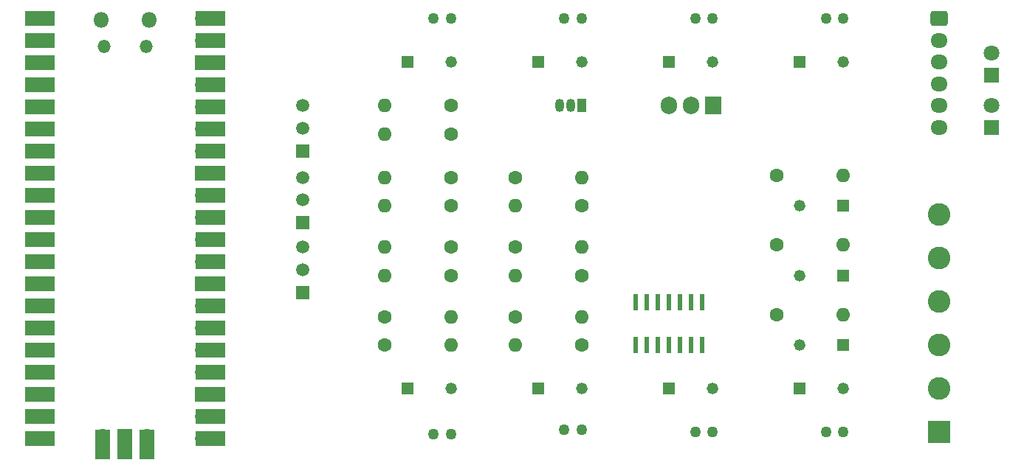
<source format=gts>
%TF.GenerationSoftware,KiCad,Pcbnew,8.0.2*%
%TF.CreationDate,2024-07-03T09:30:11-06:00*%
%TF.ProjectId,MotorInterfacePiPico,4d6f746f-7249-46e7-9465-726661636550,rev?*%
%TF.SameCoordinates,Original*%
%TF.FileFunction,Soldermask,Top*%
%TF.FilePolarity,Negative*%
%FSLAX46Y46*%
G04 Gerber Fmt 4.6, Leading zero omitted, Abs format (unit mm)*
G04 Created by KiCad (PCBNEW 8.0.2) date 2024-07-03 09:30:11*
%MOMM*%
%LPD*%
G01*
G04 APERTURE LIST*
G04 Aperture macros list*
%AMRoundRect*
0 Rectangle with rounded corners*
0 $1 Rounding radius*
0 $2 $3 $4 $5 $6 $7 $8 $9 X,Y pos of 4 corners*
0 Add a 4 corners polygon primitive as box body*
4,1,4,$2,$3,$4,$5,$6,$7,$8,$9,$2,$3,0*
0 Add four circle primitives for the rounded corners*
1,1,$1+$1,$2,$3*
1,1,$1+$1,$4,$5*
1,1,$1+$1,$6,$7*
1,1,$1+$1,$8,$9*
0 Add four rect primitives between the rounded corners*
20,1,$1+$1,$2,$3,$4,$5,0*
20,1,$1+$1,$4,$5,$6,$7,0*
20,1,$1+$1,$6,$7,$8,$9,0*
20,1,$1+$1,$8,$9,$2,$3,0*%
G04 Aperture macros list end*
%ADD10R,0.558800X1.981200*%
%ADD11O,1.800000X1.800000*%
%ADD12O,1.500000X1.500000*%
%ADD13O,1.700000X1.700000*%
%ADD14R,3.500000X1.700000*%
%ADD15R,1.700000X1.700000*%
%ADD16R,1.700000X3.500000*%
%ADD17C,1.270000*%
%ADD18R,1.320800X1.320800*%
%ADD19C,1.320800*%
%ADD20C,1.600000*%
%ADD21O,1.600000X1.600000*%
%ADD22R,2.600000X2.600000*%
%ADD23C,2.600000*%
%ADD24RoundRect,0.250000X-0.725000X0.600000X-0.725000X-0.600000X0.725000X-0.600000X0.725000X0.600000X0*%
%ADD25O,1.950000X1.700000*%
%ADD26R,1.800000X1.800000*%
%ADD27C,1.800000*%
%ADD28R,1.050000X1.500000*%
%ADD29O,1.050000X1.500000*%
%ADD30R,1.500000X1.500000*%
%ADD31C,1.500000*%
%ADD32R,1.905000X2.000000*%
%ADD33O,1.905000X2.000000*%
G04 APERTURE END LIST*
D10*
%TO.C,U2*%
X158440000Y-100488800D03*
X159710000Y-100488800D03*
X160980000Y-100488800D03*
X162250000Y-100488800D03*
X163520000Y-100488800D03*
X164790000Y-100488800D03*
X166060000Y-100488800D03*
X166060000Y-95561200D03*
X164790000Y-95561200D03*
X163520000Y-95561200D03*
X162250000Y-95561200D03*
X160980000Y-95561200D03*
X159710000Y-95561200D03*
X158440000Y-95561200D03*
%TD*%
D11*
%TO.C,U1*%
X97165000Y-63130000D03*
D12*
X97465000Y-66160000D03*
X102315000Y-66160000D03*
D11*
X102615000Y-63130000D03*
D13*
X91000000Y-63000000D03*
D14*
X90100000Y-63000000D03*
D13*
X91000000Y-65540000D03*
D14*
X90100000Y-65540000D03*
D15*
X91000000Y-68080000D03*
D14*
X90100000Y-68080000D03*
D13*
X91000000Y-70620000D03*
D14*
X90100000Y-70620000D03*
D13*
X91000000Y-73160000D03*
D14*
X90100000Y-73160000D03*
D13*
X91000000Y-75700000D03*
D14*
X90100000Y-75700000D03*
D13*
X91000000Y-78240000D03*
D14*
X90100000Y-78240000D03*
D15*
X91000000Y-80780000D03*
D14*
X90100000Y-80780000D03*
D13*
X91000000Y-83320000D03*
D14*
X90100000Y-83320000D03*
D13*
X91000000Y-85860000D03*
D14*
X90100000Y-85860000D03*
D13*
X91000000Y-88400000D03*
D14*
X90100000Y-88400000D03*
D13*
X91000000Y-90940000D03*
D14*
X90100000Y-90940000D03*
D15*
X91000000Y-93480000D03*
D14*
X90100000Y-93480000D03*
D13*
X91000000Y-96020000D03*
D14*
X90100000Y-96020000D03*
D13*
X91000000Y-98560000D03*
D14*
X90100000Y-98560000D03*
D13*
X91000000Y-101100000D03*
D14*
X90100000Y-101100000D03*
D13*
X91000000Y-103640000D03*
D14*
X90100000Y-103640000D03*
D15*
X91000000Y-106180000D03*
D14*
X90100000Y-106180000D03*
D13*
X91000000Y-108720000D03*
D14*
X90100000Y-108720000D03*
D13*
X91000000Y-111260000D03*
D14*
X90100000Y-111260000D03*
D13*
X108780000Y-111260000D03*
D14*
X109680000Y-111260000D03*
D13*
X108780000Y-108720000D03*
D14*
X109680000Y-108720000D03*
D15*
X108780000Y-106180000D03*
D14*
X109680000Y-106180000D03*
D13*
X108780000Y-103640000D03*
D14*
X109680000Y-103640000D03*
D13*
X108780000Y-101100000D03*
D14*
X109680000Y-101100000D03*
D13*
X108780000Y-98560000D03*
D14*
X109680000Y-98560000D03*
D13*
X108780000Y-96020000D03*
D14*
X109680000Y-96020000D03*
D15*
X108780000Y-93480000D03*
D14*
X109680000Y-93480000D03*
D13*
X108780000Y-90940000D03*
D14*
X109680000Y-90940000D03*
D13*
X108780000Y-88400000D03*
D14*
X109680000Y-88400000D03*
D13*
X108780000Y-85860000D03*
D14*
X109680000Y-85860000D03*
D13*
X108780000Y-83320000D03*
D14*
X109680000Y-83320000D03*
D15*
X108780000Y-80780000D03*
D14*
X109680000Y-80780000D03*
D13*
X108780000Y-78240000D03*
D14*
X109680000Y-78240000D03*
D13*
X108780000Y-75700000D03*
D14*
X109680000Y-75700000D03*
D13*
X108780000Y-73160000D03*
D14*
X109680000Y-73160000D03*
D13*
X108780000Y-70620000D03*
D14*
X109680000Y-70620000D03*
D15*
X108780000Y-68080000D03*
D14*
X109680000Y-68080000D03*
D13*
X108780000Y-65540000D03*
D14*
X109680000Y-65540000D03*
D13*
X108780000Y-63000000D03*
D14*
X109680000Y-63000000D03*
D13*
X97350000Y-111030000D03*
D16*
X97350000Y-111930000D03*
D15*
X99890000Y-111030000D03*
D16*
X99890000Y-111930000D03*
D13*
X102430000Y-111030000D03*
D16*
X102430000Y-111930000D03*
%TD*%
D17*
%TO.C,C12*%
X150280000Y-63000000D03*
X152280000Y-63000000D03*
%TD*%
D18*
%TO.C,C17*%
X132280000Y-105500000D03*
D19*
X137280000Y-105500000D03*
%TD*%
D18*
%TO.C,C15*%
X147280000Y-105500000D03*
D19*
X152280000Y-105500000D03*
%TD*%
D20*
%TO.C,R4*%
X137280000Y-81250000D03*
D21*
X129660000Y-81250000D03*
%TD*%
D20*
%TO.C,R2*%
X137280000Y-84500000D03*
D21*
X129660000Y-84500000D03*
%TD*%
D18*
%TO.C,C9*%
X147280000Y-68000000D03*
D19*
X152280000Y-68000000D03*
%TD*%
D20*
%TO.C,R12*%
X152280000Y-84500000D03*
D21*
X144660000Y-84500000D03*
%TD*%
D18*
%TO.C,C8*%
X162280000Y-68000000D03*
D19*
X167280000Y-68000000D03*
%TD*%
D20*
%TO.C,R8*%
X144660000Y-97250000D03*
D21*
X152280000Y-97250000D03*
%TD*%
D22*
%TO.C,J2*%
X193280000Y-110500000D03*
D23*
X193280000Y-105500000D03*
X193280000Y-100500000D03*
X193280000Y-95500000D03*
X193280000Y-90500000D03*
X193280000Y-85500000D03*
%TD*%
D24*
%TO.C,J1*%
X193280000Y-63000000D03*
D25*
X193280000Y-65500000D03*
X193280000Y-68000000D03*
X193280000Y-70500000D03*
X193280000Y-73000000D03*
X193280000Y-75500000D03*
%TD*%
D17*
%TO.C,C16*%
X135280000Y-110750000D03*
X137280000Y-110750000D03*
%TD*%
D26*
%TO.C,D1*%
X199280000Y-75540000D03*
D27*
X199280000Y-73000000D03*
%TD*%
D18*
%TO.C,C13*%
X177280000Y-105500000D03*
D19*
X182280000Y-105500000D03*
%TD*%
D28*
%TO.C,U4*%
X152280000Y-73000000D03*
D29*
X151010000Y-73000000D03*
X149740000Y-73000000D03*
%TD*%
D20*
%TO.C,R16*%
X174660000Y-89000000D03*
D21*
X182280000Y-89000000D03*
%TD*%
D20*
%TO.C,R17*%
X137280000Y-89250000D03*
D21*
X129660000Y-89250000D03*
%TD*%
D18*
%TO.C,C19*%
X132280000Y-68000000D03*
D19*
X137280000Y-68000000D03*
%TD*%
D18*
%TO.C,C14*%
X162280000Y-105500000D03*
D19*
X167280000Y-105500000D03*
%TD*%
D20*
%TO.C,R13*%
X137280000Y-92500000D03*
D21*
X129660000Y-92500000D03*
%TD*%
D17*
%TO.C,C10*%
X180280000Y-110500000D03*
X182280000Y-110500000D03*
%TD*%
D26*
%TO.C,D2*%
X199280000Y-69540000D03*
D27*
X199280000Y-67000000D03*
%TD*%
D20*
%TO.C,R5*%
X129660000Y-100500000D03*
D21*
X137280000Y-100500000D03*
%TD*%
D17*
%TO.C,C6*%
X150280000Y-110250000D03*
X152280000Y-110250000D03*
%TD*%
D18*
%TO.C,C2*%
X182280000Y-84500000D03*
D19*
X177280000Y-84500000D03*
%TD*%
D20*
%TO.C,R9*%
X144660000Y-81250000D03*
D21*
X152280000Y-81250000D03*
%TD*%
D20*
%TO.C,R10*%
X152280000Y-92500000D03*
D21*
X144660000Y-92500000D03*
%TD*%
D18*
%TO.C,C7*%
X177280000Y-68000000D03*
D19*
X182280000Y-68000000D03*
%TD*%
D17*
%TO.C,C18*%
X135280000Y-63000000D03*
X137280000Y-63000000D03*
%TD*%
D30*
%TO.C,Q3*%
X120280000Y-94450000D03*
D31*
X120280000Y-91850000D03*
X120280000Y-89250000D03*
%TD*%
D20*
%TO.C,R1*%
X137280000Y-76250000D03*
D21*
X129660000Y-76250000D03*
%TD*%
D17*
%TO.C,C4*%
X180280000Y-63000000D03*
X182280000Y-63000000D03*
%TD*%
D18*
%TO.C,C1*%
X182280000Y-100500000D03*
D19*
X177280000Y-100500000D03*
%TD*%
D18*
%TO.C,C3*%
X182280000Y-92500000D03*
D19*
X177280000Y-92500000D03*
%TD*%
D17*
%TO.C,C5*%
X165280000Y-63000000D03*
X167280000Y-63000000D03*
%TD*%
D20*
%TO.C,R14*%
X174660000Y-97000000D03*
D21*
X182280000Y-97000000D03*
%TD*%
D20*
%TO.C,R15*%
X174660000Y-81000000D03*
D21*
X182280000Y-81000000D03*
%TD*%
D30*
%TO.C,Q2*%
X120280000Y-86450000D03*
D31*
X120280000Y-83850000D03*
X120280000Y-81250000D03*
%TD*%
D20*
%TO.C,R7*%
X144660000Y-89250000D03*
D21*
X152280000Y-89250000D03*
%TD*%
D17*
%TO.C,C11*%
X165280000Y-110500000D03*
X167280000Y-110500000D03*
%TD*%
D32*
%TO.C,U3*%
X167360000Y-73000000D03*
D33*
X164820000Y-73000000D03*
X162280000Y-73000000D03*
%TD*%
D20*
%TO.C,R11*%
X152280000Y-100500000D03*
D21*
X144660000Y-100500000D03*
%TD*%
D30*
%TO.C,Q1*%
X120280000Y-78200000D03*
D31*
X120280000Y-75600000D03*
X120280000Y-73000000D03*
%TD*%
D20*
%TO.C,R6*%
X129660000Y-97250000D03*
D21*
X137280000Y-97250000D03*
%TD*%
D20*
%TO.C,R3*%
X137280000Y-73000000D03*
D21*
X129660000Y-73000000D03*
%TD*%
M02*

</source>
